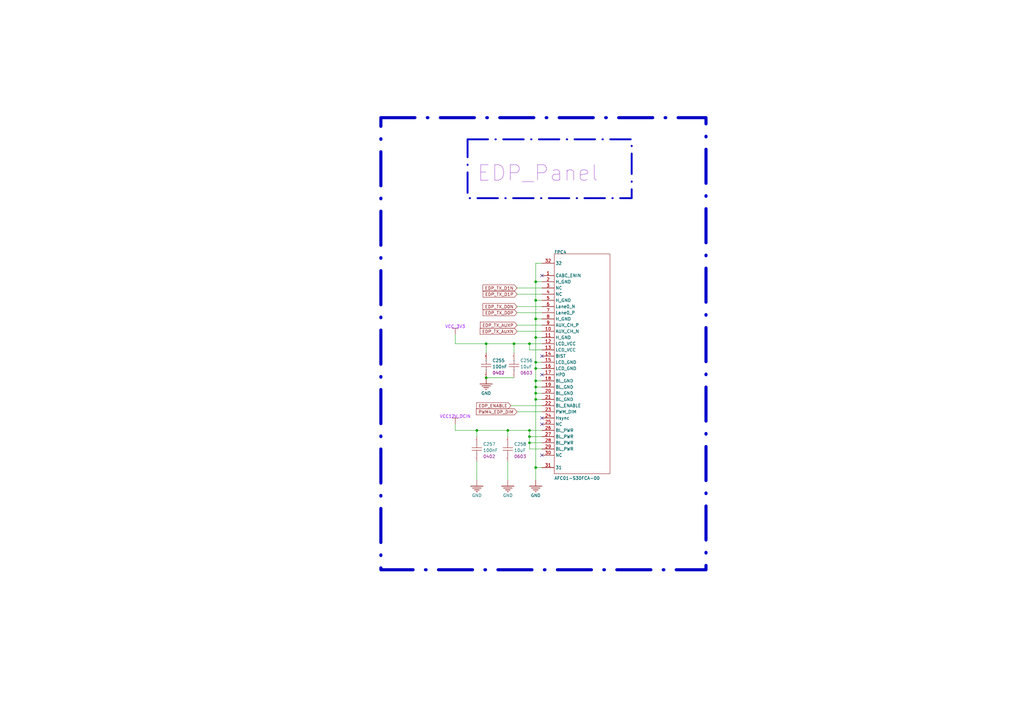
<source format=kicad_sch>
(kicad_sch (version 20250114) (generator "eeschema") (generator_version "9.0")
  (paper "A3")
  (lib_symbols
    (symbol "LCSC Taish-easyedapro:0603X106M100"
      (property "Reference" "C" (at 0 0 0))
      (symbol "0603X106M100_1_0"
        (polyline (pts (xy -0.508 0) (xy -2.54 0)))
        (polyline (pts (xy -0.508 -2.032) (xy -0.508 2.032)))
        (polyline (pts (xy 0.508 2.032) (xy 0.508 -2.032)))
        (polyline (pts (xy 2.54 0) (xy 0.508 0)))
        (pin input line (at -5.08 0 0) (length 2.54) (name "1") (number "1"))
        (pin input line (at 5.08 0 180) (length 2.54) (name "2") (number "2"))
      )
    )
    (symbol "LCSC Taish-easyedapro:AFC01-S30FCA-00"
      (symbol "AFC01-S30FCA-00_1_0"
        (rectangle (start -2.54 45.72) (end 20.32 -44.45))
        (pin input line (at -7.62 41.91 0) (length 5.08) (name "32") (number "32"))
        (pin input line (at -7.62 36.83 0) (length 5.08) (name "CABC_ENIN") (number "1"))
        (pin input line (at -7.62 34.29 0) (length 5.08) (name "H_GND") (number "2"))
        (pin input line (at -7.62 31.75 0) (length 5.08) (name "NC") (number "3"))
        (pin input line (at -7.62 29.21 0) (length 5.08) (name "NC") (number "4"))
        (pin input line (at -7.62 26.67 0) (length 5.08) (name "H_GND") (number "5"))
        (pin input line (at -7.62 24.13 0) (length 5.08) (name "Lane0_N") (number "6"))
        (pin input line (at -7.62 21.59 0) (length 5.08) (name "Lane0_P") (number "7"))
        (pin input line (at -7.62 19.05 0) (length 5.08) (name "H_GND") (number "8"))
        (pin input line (at -7.62 16.51 0) (length 5.08) (name "AUX_CH_P") (number "9"))
        (pin input line (at -7.62 13.97 0) (length 5.08) (name "AUX_CH_N") (number "10"))
        (pin input line (at -7.62 11.43 0) (length 5.08) (name "H_GND") (number "11"))
        (pin input line (at -7.62 8.89 0) (length 5.08) (name "LCD_VCC") (number "12"))
        (pin input line (at -7.62 6.35 0) (length 5.08) (name "LCD_VCC") (number "13"))
        (pin input line (at -7.62 3.81 0) (length 5.08) (name "BIST") (number "14"))
        (pin input line (at -7.62 1.27 0) (length 5.08) (name "LCD_GND") (number "15"))
        (pin input line (at -7.62 -1.27 0) (length 5.08) (name "LCD_GND") (number "16"))
        (pin input line (at -7.62 -3.81 0) (length 5.08) (name "HPD") (number "17"))
        (pin input line (at -7.62 -6.35 0) (length 5.08) (name "BL_GND") (number "18"))
        (pin input line (at -7.62 -8.89 0) (length 5.08) (name "BL_GND") (number "19"))
        (pin input line (at -7.62 -11.43 0) (length 5.08) (name "BL_GND") (number "20"))
        (pin input line (at -7.62 -13.97 0) (length 5.08) (name "BL_GND") (number "21"))
        (pin input line (at -7.62 -16.51 0) (length 5.08) (name "BL_ENABLE") (number "22"))
        (pin input line (at -7.62 -19.05 0) (length 5.08) (name "PWM_DIM") (number "23"))
        (pin input line (at -7.62 -21.59 0) (length 5.08) (name "Hsync") (number "24"))
        (pin input line (at -7.62 -24.13 0) (length 5.08) (name "NC") (number "25"))
        (pin input line (at -7.62 -26.67 0) (length 5.08) (name "BL_PWR") (number "26"))
        (pin input line (at -7.62 -29.21 0) (length 5.08) (name "BL_PWR") (number "27"))
        (pin input line (at -7.62 -31.75 0) (length 5.08) (name "BL_PWR") (number "28"))
        (pin input line (at -7.62 -34.29 0) (length 5.08) (name "BL_PWR") (number "29"))
        (pin input line (at -7.62 -36.83 0) (length 5.08) (name "NC") (number "30"))
        (pin input line (at -7.62 -41.91 0) (length 5.08) (name "31") (number "31"))
      )
    )
    (symbol "LCSC Taish-easyedapro:CL05B104KB54PNC"
      (property "Reference" "C" (at 0 0 0))
      (symbol "CL05B104KB54PNC_1_0"
        (polyline (pts (xy -0.508 2.032) (xy -0.508 -2.032)))
        (polyline (pts (xy -0.508 0) (xy -2.54 0)))
        (polyline (pts (xy 0.508 -2.032) (xy 0.508 2.032)))
        (polyline (pts (xy 2.54 0) (xy 0.508 0)))
        (pin input line (at -5.08 0 0) (length 2.54) (name "1") (number "1"))
        (pin input line (at 5.08 0 180) (length 2.54) (name "2") (number "2"))
      )
    )
    (symbol "LCSC Taish-easyedapro:Ground-GND" (power) (pin_numbers (hide yes)) (pin_names (hide yes))
      (symbol "Ground-GND_1_0"
        (polyline (pts (xy -2.54 -2.54) (xy 2.54 -2.54)) (stroke (width 0.254)))
        (polyline (pts (xy -1.778 -3.302) (xy 1.778 -3.302)) (stroke (width 0.254)))
        (polyline (pts (xy -1.016 -4.064) (xy 1.016 -4.064)) (stroke (width 0.254)))
        (polyline (pts (xy -0.254 -4.826) (xy 0.254 -4.826)) (stroke (width 0.254)))
        (pin power_in line (at 0 0 270) (length 2.54) (name "GND") (number "1"))
      )
    )
    (symbol "LCSC Taish-easyedapro:Power-VCC" (power) (pin_numbers (hide yes)) (pin_names (hide yes))
      (symbol "Power-VCC_1_0"
        (polyline (pts (xy -1.27 2.54) (xy 1.27 2.54)))
        (polyline (pts (xy 0 2.54) (xy 0 1.27)))
        (pin power_in line (at 0 0 90) (length 1.27) (name "VCC12V_DCIN") (number "1"))
      )
    )
  )
  (rectangle (start 191.77 57.15) (end 259.08 81.28) (stroke (width 0.762) (type dash_dot)))
  (rectangle (start 156.21 48.26) (end 289.56 233.68) (stroke (width 1.27) (type dash_dot)))
  (text "EDP_Panel" (at 195.58 74.93 0) (effects (font (size 6.35 6.35)) (justify left bottom)))
  (junction (at 219.71 130.81))
  (junction (at 219.71 158.75))
  (junction (at 217.17 140.97))
  (junction (at 217.17 181.61))
  (junction (at 219.71 151.13))
  (junction (at 210.82 140.97))
  (junction (at 199.39 140.97))
  (junction (at 208.28 176.53))
  (junction (at 217.17 176.53))
  (junction (at 219.71 163.83))
  (junction (at 219.71 191.77))
  (junction (at 219.71 156.21))
  (junction (at 219.71 138.43))
  (junction (at 217.17 179.07))
  (junction (at 219.71 148.59))
  (junction (at 195.58 176.53))
  (junction (at 219.71 115.57))
  (junction (at 199.39 154.94))
  (junction (at 219.71 161.29))
  (junction (at 219.71 123.19))
  (no_connect (at 222.25 146.05))
  (no_connect (at 222.25 171.45))
  (no_connect (at 222.25 186.69))
  (no_connect (at 222.25 153.67))
  (no_connect (at 222.25 113.03))
  (no_connect (at 222.25 173.99))
  (wire (pts (xy 219.71 123.19) (xy 219.71 130.81)))
  (wire (pts (xy 199.39 140.97) (xy 186.69 140.97)))
  (wire (pts (xy 195.58 189.23) (xy 195.58 196.85)))
  (wire (pts (xy 217.17 179.07) (xy 217.17 176.53)))
  (wire (pts (xy 217.17 181.61) (xy 217.17 179.07)))
  (wire (pts (xy 219.71 191.77) (xy 219.71 163.83)))
  (wire (pts (xy 219.71 158.75) (xy 219.71 156.21)))
  (wire (pts (xy 210.82 140.97) (xy 217.17 140.97)))
  (wire (pts (xy 222.25 123.19) (xy 219.71 123.19)))
  (wire (pts (xy 219.71 156.21) (xy 219.71 151.13)))
  (wire (pts (xy 217.17 184.15) (xy 217.17 181.61)))
  (wire (pts (xy 208.28 176.53) (xy 195.58 176.53)))
  (wire (pts (xy 199.39 154.94) (xy 210.82 154.94)))
  (wire (pts (xy 219.71 148.59) (xy 219.71 151.13)))
  (wire (pts (xy 222.25 128.27) (xy 212.09 128.27)))
  (wire (pts (xy 199.39 140.97) (xy 210.82 140.97)))
  (wire (pts (xy 219.71 161.29) (xy 222.25 161.29)))
  (wire (pts (xy 209.55 166.37) (xy 222.25 166.37)))
  (wire (pts (xy 222.25 176.53) (xy 217.17 176.53)))
  (wire (pts (xy 208.28 176.53) (xy 208.28 179.07)))
  (wire (pts (xy 222.25 184.15) (xy 217.17 184.15)))
  (wire (pts (xy 222.25 168.91) (xy 212.09 168.91)))
  (wire (pts (xy 222.25 125.73) (xy 212.09 125.73)))
  (wire (pts (xy 219.71 158.75) (xy 222.25 158.75)))
  (wire (pts (xy 217.17 140.97) (xy 217.17 143.51)))
  (wire (pts (xy 219.71 107.95) (xy 219.71 115.57)))
  (wire (pts (xy 219.71 130.81) (xy 219.71 138.43)))
  (wire (pts (xy 219.71 163.83) (xy 222.25 163.83)))
  (wire (pts (xy 217.17 176.53) (xy 208.28 176.53)))
  (wire (pts (xy 219.71 163.83) (xy 219.71 161.29)))
  (wire (pts (xy 222.25 120.65) (xy 212.09 120.65)))
  (wire (pts (xy 217.17 179.07) (xy 222.25 179.07)))
  (wire (pts (xy 186.69 140.97) (xy 186.69 137.16)))
  (wire (pts (xy 219.71 115.57) (xy 219.71 123.19)))
  (wire (pts (xy 222.25 115.57) (xy 219.71 115.57)))
  (wire (pts (xy 217.17 143.51) (xy 222.25 143.51)))
  (wire (pts (xy 217.17 140.97) (xy 222.25 140.97)))
  (wire (pts (xy 222.25 130.81) (xy 219.71 130.81)))
  (wire (pts (xy 222.25 118.11) (xy 212.09 118.11)))
  (wire (pts (xy 208.28 189.23) (xy 208.28 196.85)))
  (wire (pts (xy 219.71 151.13) (xy 222.25 151.13)))
  (wire (pts (xy 217.17 181.61) (xy 222.25 181.61)))
  (wire (pts (xy 210.82 144.78) (xy 210.82 140.97)))
  (wire (pts (xy 222.25 107.95) (xy 219.71 107.95)))
  (wire (pts (xy 186.69 176.53) (xy 186.69 173.99)))
  (wire (pts (xy 186.69 176.53) (xy 195.58 176.53)))
  (wire (pts (xy 219.71 156.21) (xy 222.25 156.21)))
  (wire (pts (xy 219.71 161.29) (xy 219.71 158.75)))
  (wire (pts (xy 219.71 196.85) (xy 219.71 191.77)))
  (wire (pts (xy 212.09 135.89) (xy 222.25 135.89)))
  (wire (pts (xy 222.25 148.59) (xy 219.71 148.59)))
  (wire (pts (xy 195.58 176.53) (xy 195.58 179.07)))
  (wire (pts (xy 199.39 144.78) (xy 199.39 140.97)))
  (wire (pts (xy 222.25 138.43) (xy 219.71 138.43)))
  (wire (pts (xy 219.71 191.77) (xy 222.25 191.77)))
  (wire (pts (xy 219.71 138.43) (xy 219.71 148.59)))
  (wire (pts (xy 222.25 133.35) (xy 212.09 133.35)))
  (global_label "EDP_ENABLE" (shape input) (at 209.55 166.37 180) (property "Intersheetrefs" "${INTERSHEET_REFS}" (effects (hide yes))))
  (global_label "EDP_TX_D1P" (shape input) (at 212.09 120.65 180) (property "Intersheetrefs" "${INTERSHEET_REFS}" (effects (hide yes))))
  (global_label "EDP_TX_AUXP" (shape input) (at 212.09 133.35 180) (property "Intersheetrefs" "${INTERSHEET_REFS}" (effects (hide yes))))
  (global_label "EDP_TX_D0N" (shape input) (at 212.09 125.73 180) (property "Intersheetrefs" "${INTERSHEET_REFS}" (effects (hide yes))))
  (global_label "PWM4_EDP_DIM" (shape input) (at 212.09 168.91 180) (property "Intersheetrefs" "${INTERSHEET_REFS}" (effects (hide yes))))
  (global_label "EDP_TX_D1N" (shape input) (at 212.09 118.11 180) (property "Intersheetrefs" "${INTERSHEET_REFS}" (effects (hide yes))))
  (global_label "EDP_TX_AUXN" (shape input) (at 212.09 135.89 180) (property "Intersheetrefs" "${INTERSHEET_REFS}" (effects (hide yes))))
  (global_label "EDP_TX_D0P" (shape input) (at 212.09 128.27 180) (property "Intersheetrefs" "${INTERSHEET_REFS}" (effects (hide yes))))
  (symbol (lib_id "LCSC Taish-easyedapro:Ground-GND") (at 208.28 196.85 0) (unit 1)
    (property "Reference" "#PWR0489" (effects (hide yes)))
    (property "Value" "GND" (at 208.28 203.2 0))
    (property "Footprint" "LCSC Taish-easyedapro:" (effects (hide yes)))
  )
  (symbol (lib_id "LCSC Taish-easyedapro:AFC01-S30FCA-00") (at 229.87 149.86 0) (unit 1)
    (property "Reference" "FPC4" (at 227.33 104.14 0) (effects (justify left bottom)))
    (property "Value" "AFC01-S30FCA-00" (at 227.33 196.85 0) (effects (justify left bottom)))
    (property "Footprint" "LCSC Taish-easyedapro:FPC-SMD_AFC01-S30FCA-00" (effects (hide yes)))
    (property "Datasheet" "https://atta.szlcsc.com/upload/public/pdf/source/20180810/C262671_EEF817A45BAACD24BFDEA7ACAD29B706.pdf" (effects (hide yes)))
    (property "Description" "间距:0.5mm;触点数量:30;锁定特性:翻盖式;安装类型:卧贴;触点类型:下接;" (effects (hide yes)))
    (property "Manufacturer Part" "AFC01-S30FCA-00" (effects (hide yes)))
    (property "Manufacturer" "JS(钜硕电子)" (effects (hide yes)))
    (property "Supplier Part" "C262671" (effects (hide yes)))
    (property "Supplier" "LCSC" (effects (hide yes)))
    (property "LCSC Part Name" "0.5mm P数:30 翻盖式 下接" (effects (hide yes)))
  )
  (symbol (lib_id "LCSC Taish-easyedapro:Ground-GND") (at 199.39 154.94 0) (unit 1)
    (property "Reference" "#PWR0487" (effects (hide yes)))
    (property "Value" "GND" (at 199.39 161.29 0))
    (property "Footprint" "LCSC Taish-easyedapro:" (effects (hide yes)))
  )
  (symbol (lib_id "LCSC Taish-easyedapro:Power-VCC") (at 186.69 173.99 0) (unit 1)
    (property "Reference" "#PWR0486" (effects (hide yes)))
    (property "Value" "VCC12V_DCIN" (at 186.69 171.45 0) (effects (justify bottom)))
    (property "Footprint" "LCSC Taish-easyedapro:" (effects (hide yes)))
  )
  (symbol (lib_id "LCSC Taish-easyedapro:Ground-GND") (at 219.71 196.85 0) (unit 1)
    (property "Reference" "#PWR0490" (effects (hide yes)))
    (property "Value" "GND" (at 219.71 203.2 0))
    (property "Footprint" "LCSC Taish-easyedapro:" (effects (hide yes)))
  )
  (symbol (lib_id "LCSC Taish-easyedapro:0603X106M100") (at 208.28 184.15 90) (unit 1)
    (property "Reference" "C258" (at 210.82 182.88 90) (effects (justify right top)))
    (property "Value" "10uF" (at 210.82 185.42 90) (effects (justify right top)))
    (property "Footprint" "LCSC Taish-easyedapro:C0603" (effects (hide yes)))
    (property "Datasheet" "https://atta.szlcsc.com/upload/public/pdf/source/20160103/1457707703378.pdf" (effects (hide yes)))
    (property "Description" "容值:10uF;精度:±20%;额定电压:10V;材质(温度系数):X5R;" (effects (hide yes)))
    (property "Manufacturer Part" "CL10A106KP8NNNC" (effects (hide yes)))
    (property "Manufacturer" "SAMSUNG(三星)" (effects (hide yes)))
    (property "Supplier Part" "C19702" (effects (hide yes)))
    (property "Supplier" "LCSC" (effects (hide yes)))
    (property "LCSC Part Name" "10uF ±10% 10V" (effects (hide yes)))
    (property "Supplier Footprint" "0603" (at 210.82 187.96 90) (effects (justify right top)))
  )
  (symbol (lib_id "LCSC Taish-easyedapro:CL05B104KB54PNC") (at 195.58 184.15 90) (unit 1)
    (property "Reference" "C257" (at 198.12 182.88 90) (effects (justify right top)))
    (property "Value" "100nF" (at 198.12 185.42 90) (effects (justify right top)))
    (property "Footprint" "Capacitor_SMD:C_0402_1005Metric" (effects (hide yes)))
    (property "Datasheet" "https://atta.szlcsc.com/upload/public/pdf/source/20181009/C307331_222F7C870FD3EA5F46F538B483443886.pdf" (effects (hide yes)))
    (property "Description" "容值:100nF;精度:±10%;额定电压:50V;材质(温度系数):X7R;" (effects (hide yes)))
    (property "Manufacturer Part" "CL05B104KB54PNC" (effects (hide yes)))
    (property "Manufacturer" "SAMSUNG(三星)" (effects (hide yes)))
    (property "Supplier Part" "C307331" (effects (hide yes)))
    (property "Supplier" "LCSC" (effects (hide yes)))
    (property "LCSC Part Name" "100nF ±10% 50V" (effects (hide yes)))
    (property "Supplier Footprint" "0402" (at 198.12 187.96 90) (effects (justify right top)))
  )
  (symbol (lib_id "LCSC Taish-easyedapro:Ground-GND") (at 195.58 196.85 0) (unit 1)
    (property "Reference" "#PWR0491" (effects (hide yes)))
    (property "Value" "GND" (at 195.58 203.2 0))
    (property "Footprint" "LCSC Taish-easyedapro:" (effects (hide yes)))
  )
  (symbol (lib_id "LCSC Taish-easyedapro:CL05B104KB54PNC") (at 199.39 149.86 90) (unit 1)
    (property "Reference" "C255" (at 201.93 148.59 90) (effects (justify right top)))
    (property "Value" "100nF" (at 201.93 151.13 90) (effects (justify right top)))
    (property "Footprint" "Capacitor_SMD:C_0402_1005Metric" (effects (hide yes)))
    (property "Datasheet" "https://atta.szlcsc.com/upload/public/pdf/source/20181009/C307331_222F7C870FD3EA5F46F538B483443886.pdf" (effects (hide yes)))
    (property "Description" "容值:100nF;精度:±10%;额定电压:50V;材质(温度系数):X7R;" (effects (hide yes)))
    (property "Manufacturer Part" "CL05B104KB54PNC" (effects (hide yes)))
    (property "Manufacturer" "SAMSUNG(三星)" (effects (hide yes)))
    (property "Supplier Part" "C307331" (effects (hide yes)))
    (property "Supplier" "LCSC" (effects (hide yes)))
    (property "LCSC Part Name" "100nF ±10% 50V" (effects (hide yes)))
    (property "Supplier Footprint" "0402" (at 201.93 153.67 90) (effects (justify right top)))
  )
  (symbol (lib_id "LCSC Taish-easyedapro:0603X106M100") (at 210.82 149.86 90) (unit 1)
    (property "Reference" "C256" (at 213.36 148.59 90) (effects (justify right top)))
    (property "Value" "10uF" (at 213.36 151.13 90) (effects (justify right top)))
    (property "Footprint" "LCSC Taish-easyedapro:C0603" (effects (hide yes)))
    (property "Datasheet" "https://atta.szlcsc.com/upload/public/pdf/source/20160103/1457707703378.pdf" (effects (hide yes)))
    (property "Description" "容值:10uF;精度:±20%;额定电压:10V;材质(温度系数):X5R;" (effects (hide yes)))
    (property "Manufacturer Part" "CL10A106KP8NNNC" (effects (hide yes)))
    (property "Manufacturer" "SAMSUNG(三星)" (effects (hide yes)))
    (property "Supplier Part" "C19702" (effects (hide yes)))
    (property "Supplier" "LCSC" (effects (hide yes)))
    (property "LCSC Part Name" "10uF ±10% 10V" (effects (hide yes)))
    (property "Supplier Footprint" "0603" (at 213.36 153.67 90) (effects (justify right top)))
  )
  (symbol (lib_id "LCSC Taish-easyedapro:Power-VCC") (at 186.69 137.16 0) (unit 1)
    (property "Reference" "#PWR0488" (effects (hide yes)))
    (property "Value" "VCC_3V3" (at 186.69 134.62 0) (effects (justify bottom)))
    (property "Footprint" "LCSC Taish-easyedapro:" (effects (hide yes)))
  )
)
</source>
